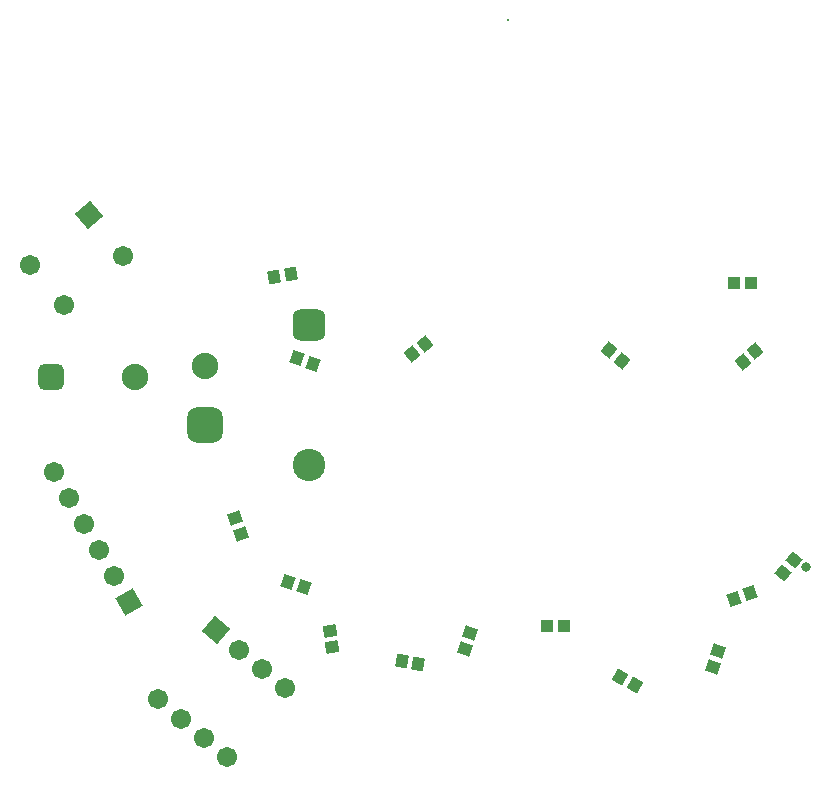
<source format=gbr>
G04 Layer_Color=8388736*
%FSLAX26Y26*%
%MOIN*%
%TF.FileFunction,Soldermask,Top*%
%TF.Part,Single*%
%TFFileComment,Halloween PCB
Pumpkin Badge
V1
Gadorach
(W.W.S.)*%
G01*
G75*
%TA.AperFunction,SMDPad,CuDef*%
G04:AMPARAMS|DCode=44|XSize=43.433mil|YSize=39.496mil|CornerRadius=0mil|HoleSize=0mil|Usage=FLASHONLY|Rotation=160.000|XOffset=0mil|YOffset=0mil|HoleType=Round|Shape=Rectangle|*
%AMROTATEDRECTD44*
4,1,4,0.027161,0.011130,0.013653,-0.025985,-0.027161,-0.011130,-0.013653,0.025985,0.027161,0.011130,0.0*
%
%ADD44ROTATEDRECTD44*%

G04:AMPARAMS|DCode=45|XSize=43.433mil|YSize=39.496mil|CornerRadius=0mil|HoleSize=0mil|Usage=FLASHONLY|Rotation=80.000|XOffset=0mil|YOffset=0mil|HoleType=Round|Shape=Rectangle|*
%AMROTATEDRECTD45*
4,1,4,0.015677,-0.024816,-0.023219,-0.017957,-0.015677,0.024816,0.023219,0.017957,0.015677,-0.024816,0.0*
%
%ADD45ROTATEDRECTD45*%

G04:AMPARAMS|DCode=46|XSize=43.433mil|YSize=39.496mil|CornerRadius=0mil|HoleSize=0mil|Usage=FLASHONLY|Rotation=190.000|XOffset=0mil|YOffset=0mil|HoleType=Round|Shape=Rectangle|*
%AMROTATEDRECTD46*
4,1,4,0.017957,0.023219,0.024816,-0.015677,-0.017957,-0.023219,-0.024816,0.015677,0.017957,0.023219,0.0*
%
%ADD46ROTATEDRECTD46*%

G04:AMPARAMS|DCode=47|XSize=43.433mil|YSize=39.496mil|CornerRadius=0mil|HoleSize=0mil|Usage=FLASHONLY|Rotation=250.000|XOffset=0mil|YOffset=0mil|HoleType=Round|Shape=Rectangle|*
%AMROTATEDRECTD47*
4,1,4,-0.011130,0.027161,0.025985,0.013653,0.011130,-0.027161,-0.025985,-0.013653,-0.011130,0.027161,0.0*
%
%ADD47ROTATEDRECTD47*%

G04:AMPARAMS|DCode=48|XSize=43.433mil|YSize=39.496mil|CornerRadius=0mil|HoleSize=0mil|Usage=FLASHONLY|Rotation=200.000|XOffset=0mil|YOffset=0mil|HoleType=Round|Shape=Rectangle|*
%AMROTATEDRECTD48*
4,1,4,0.013653,0.025985,0.027161,-0.011130,-0.013653,-0.025985,-0.027161,0.011130,0.013653,0.025985,0.0*
%
%ADD48ROTATEDRECTD48*%

G04:AMPARAMS|DCode=49|XSize=43.433mil|YSize=39.496mil|CornerRadius=0mil|HoleSize=0mil|Usage=FLASHONLY|Rotation=130.000|XOffset=0mil|YOffset=0mil|HoleType=Round|Shape=Rectangle|*
%AMROTATEDRECTD49*
4,1,4,0.029087,-0.003942,-0.001169,-0.029330,-0.029087,0.003942,0.001169,0.029330,0.029087,-0.003942,0.0*
%
%ADD49ROTATEDRECTD49*%

G04:AMPARAMS|DCode=50|XSize=43.433mil|YSize=39.496mil|CornerRadius=0mil|HoleSize=0mil|Usage=FLASHONLY|Rotation=100.000|XOffset=0mil|YOffset=0mil|HoleType=Round|Shape=Rectangle|*
%AMROTATEDRECTD50*
4,1,4,0.023219,-0.017957,-0.015677,-0.024816,-0.023219,0.017957,0.015677,0.024816,0.023219,-0.017957,0.0*
%
%ADD50ROTATEDRECTD50*%

%ADD51R,0.039496X0.043433*%
G04:AMPARAMS|DCode=52|XSize=43.433mil|YSize=39.496mil|CornerRadius=0mil|HoleSize=0mil|Usage=FLASHONLY|Rotation=230.000|XOffset=0mil|YOffset=0mil|HoleType=Round|Shape=Rectangle|*
%AMROTATEDRECTD52*
4,1,4,-0.001169,0.029330,0.029087,0.003942,0.001169,-0.029330,-0.029087,-0.003942,-0.001169,0.029330,0.0*
%
%ADD52ROTATEDRECTD52*%

G04:AMPARAMS|DCode=53|XSize=43.433mil|YSize=39.496mil|CornerRadius=0mil|HoleSize=0mil|Usage=FLASHONLY|Rotation=140.000|XOffset=0mil|YOffset=0mil|HoleType=Round|Shape=Rectangle|*
%AMROTATEDRECTD53*
4,1,4,0.029330,0.001169,0.003942,-0.029087,-0.029330,-0.001169,-0.003942,0.029087,0.029330,0.001169,0.0*
%
%ADD53ROTATEDRECTD53*%

G04:AMPARAMS|DCode=54|XSize=43.433mil|YSize=39.496mil|CornerRadius=0mil|HoleSize=0mil|Usage=FLASHONLY|Rotation=290.000|XOffset=0mil|YOffset=0mil|HoleType=Round|Shape=Rectangle|*
%AMROTATEDRECTD54*
4,1,4,-0.025985,0.013653,0.011130,0.027161,0.025985,-0.013653,-0.011130,-0.027161,-0.025985,0.013653,0.0*
%
%ADD54ROTATEDRECTD54*%

G04:AMPARAMS|DCode=55|XSize=43.433mil|YSize=39.496mil|CornerRadius=0mil|HoleSize=0mil|Usage=FLASHONLY|Rotation=240.000|XOffset=0mil|YOffset=0mil|HoleType=Round|Shape=Rectangle|*
%AMROTATEDRECTD55*
4,1,4,-0.006244,0.028681,0.027961,0.008933,0.006244,-0.028681,-0.027961,-0.008933,-0.006244,0.028681,0.0*
%
%ADD55ROTATEDRECTD55*%

%TA.AperFunction,ViaPad*%
%ADD56C,0.008000*%
%TA.AperFunction,ComponentPad*%
%ADD57P,0.094830X4X265.0*%
%ADD58C,0.067055*%
%TA.AperFunction,ViaPad*%
%ADD59C,0.033000*%
%TA.AperFunction,ComponentPad*%
%ADD60C,0.088000*%
G04:AMPARAMS|DCode=61|XSize=118mil|YSize=118mil|CornerRadius=31.5mil|HoleSize=0mil|Usage=FLASHONLY|Rotation=90.000|XOffset=0mil|YOffset=0mil|HoleType=Round|Shape=RoundedRectangle|*
%AMROUNDEDRECTD61*
21,1,0.118000,0.055000,0,0,90.0*
21,1,0.055000,0.118000,0,0,90.0*
1,1,0.063000,0.027500,0.027500*
1,1,0.063000,0.027500,-0.027500*
1,1,0.063000,-0.027500,-0.027500*
1,1,0.063000,-0.027500,0.027500*
%
%ADD61ROUNDEDRECTD61*%
%ADD62P,0.094830X4X165.0*%
%ADD63P,0.094830X4X275.0*%
G04:AMPARAMS|DCode=64|XSize=88mil|YSize=88mil|CornerRadius=24mil|HoleSize=0mil|Usage=FLASHONLY|Rotation=180.000|XOffset=0mil|YOffset=0mil|HoleType=Round|Shape=RoundedRectangle|*
%AMROUNDEDRECTD64*
21,1,0.088000,0.040000,0,0,180.0*
21,1,0.040000,0.088000,0,0,180.0*
1,1,0.048000,-0.020000,0.020000*
1,1,0.048000,0.020000,0.020000*
1,1,0.048000,0.020000,-0.020000*
1,1,0.048000,-0.020000,-0.020000*
%
%ADD64ROUNDEDRECTD64*%
%ADD65C,0.108000*%
G04:AMPARAMS|DCode=66|XSize=108mil|YSize=108mil|CornerRadius=29mil|HoleSize=0mil|Usage=FLASHONLY|Rotation=180.000|XOffset=0mil|YOffset=0mil|HoleType=Round|Shape=RoundedRectangle|*
%AMROUNDEDRECTD66*
21,1,0.108000,0.050000,0,0,180.0*
21,1,0.050000,0.108000,0,0,180.0*
1,1,0.058000,-0.025000,0.025000*
1,1,0.058000,0.025000,0.025000*
1,1,0.058000,0.025000,-0.025000*
1,1,0.058000,-0.025000,-0.025000*
%
%ADD66ROUNDEDRECTD66*%
D44*
X3659788Y1949834D02*
D03*
X3678640Y2001628D02*
D03*
X4486930Y1891032D02*
D03*
X4505780Y1942826D02*
D03*
D45*
X3449988Y1909954D02*
D03*
X3504270Y1900384D02*
D03*
D46*
X3219268Y1956430D02*
D03*
X3209696Y2010712D02*
D03*
D47*
X3122776Y2154470D02*
D03*
X3070982Y2173320D02*
D03*
X3102500Y2919860D02*
D03*
X3154294Y2901008D02*
D03*
D48*
X2914220Y2334004D02*
D03*
X2895368Y2385798D02*
D03*
D49*
X3485910Y2931182D02*
D03*
X3528132Y2966612D02*
D03*
X4586082Y2907184D02*
D03*
X4628304Y2942612D02*
D03*
D50*
X3025422Y3189058D02*
D03*
X3079702Y3198628D02*
D03*
D51*
X4557958Y3167812D02*
D03*
X4613076D02*
D03*
X3935662Y2026692D02*
D03*
X3990780D02*
D03*
D52*
X4182778Y2909106D02*
D03*
X4140556Y2944536D02*
D03*
D53*
X4721412Y2204084D02*
D03*
X4756840Y2246306D02*
D03*
D54*
X4611030Y2134526D02*
D03*
X4559236Y2115674D02*
D03*
D55*
X4226214Y1828668D02*
D03*
X4178480Y1856226D02*
D03*
D56*
X3802796Y4046367D02*
D03*
D57*
X2406471Y3394796D02*
D03*
D58*
X2520351Y3259079D02*
D03*
X2210436Y3230303D02*
D03*
X2324316Y3094586D02*
D03*
X2290000Y2538206D02*
D03*
X2340000Y2451602D02*
D03*
X2390000Y2365000D02*
D03*
X2440000Y2278398D02*
D03*
X2490000Y2191794D02*
D03*
X2868488Y1588676D02*
D03*
X2791884Y1652954D02*
D03*
X2715280Y1717232D02*
D03*
X2638676Y1781512D02*
D03*
X3061324Y1818488D02*
D03*
X2984720Y1882768D02*
D03*
X2908116Y1947046D02*
D03*
D59*
X4798107Y2223865D02*
D03*
D60*
X2795000Y2893426D02*
D03*
X2559764Y2855000D02*
D03*
D61*
X2795000Y2696574D02*
D03*
D62*
X2540000Y2105192D02*
D03*
D63*
X2831512Y2011324D02*
D03*
D64*
X2280236Y2855000D02*
D03*
D65*
X3140000Y2561496D02*
D03*
D66*
Y3030000D02*
D03*
%TF.MD5,d8519bac78baacf2f1ece4a19a47d69b*%
M02*

</source>
